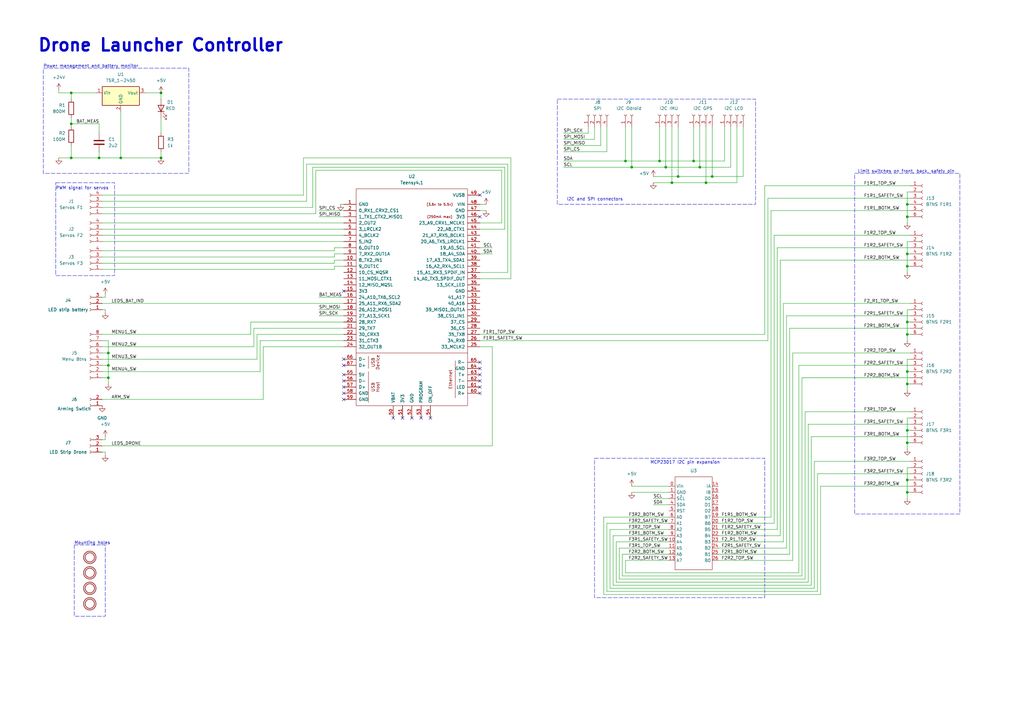
<source format=kicad_sch>
(kicad_sch (version 20230121) (generator eeschema)
  (paper "A3")
  (title_block (title "Drone Launcher Controller") (date "2023-07-05") (rev "v1.0") (company "FFI") (comment 1 "Authur: Tor Børve Rasmussen"))
  (lib_symbols
    (symbol "Adafruit_MCP23017:MCP23017"
      (property "Reference" "U" (at -5.08 17.78 0))
      (symbol "MCP23017_0_1"
        (rectangle (start -7.62 19.05) (end 7.62 -19.05))
      )
      (symbol "MCP23017_1_1"
        (pin input line (at -10.16 15.24 0) (length 2.54) (name "Vin") (number "0"))
        (pin bidirectional line (at -10.16 12.7 0) (length 2.54) (name "GND") (number "1"))
        (pin bidirectional line (at -10.16 -7.62 0) (length 2.54) (name "A4") (number "10"))
        (pin bidirectional line (at -10.16 -10.16 0) (length 2.54) (name "A5") (number "11"))
        (pin bidirectional line (at -10.16 -12.7 0) (length 2.54) (name "A6") (number "12"))
        (pin bidirectional line (at -10.16 -15.24 0) (length 2.54) (name "A7") (number "13"))
        (pin output line (at 10.16 15.24 180) (length 2.54) (name "IA") (number "14"))
        (pin output line (at 10.16 12.7 180) (length 2.54) (name "IB") (number "15"))
        (pin input line (at 10.16 10.16 180) (length 2.54) (name "D0") (number "16"))
        (pin input line (at 10.16 7.62 180) (length 2.54) (name "D1") (number "17"))
        (pin input line (at 10.16 5.08 180) (length 2.54) (name "D2") (number "18"))
        (pin bidirectional line (at 10.16 2.54 180) (length 2.54) (name "B7") (number "19"))
        (pin bidirectional line (at 10.16 0 180) (length 2.54) (name "B6") (number "20"))
        (pin bidirectional line (at 10.16 -2.54 180) (length 2.54) (name "B5") (number "21"))
        (pin bidirectional line (at 10.16 -5.08 180) (length 2.54) (name "B4") (number "22"))
        (pin bidirectional line (at 10.16 -7.62 180) (length 2.54) (name "B3") (number "23"))
        (pin bidirectional line (at 10.16 -10.16 180) (length 2.54) (name "B2") (number "24"))
        (pin bidirectional line (at 10.16 -12.7 180) (length 2.54) (name "B1") (number "25"))
        (pin bidirectional line (at 10.16 -15.24 180) (length 2.54) (name "B0") (number "26"))
        (pin bidirectional line (at -10.16 10.16 0) (length 2.54) (name "SCL") (number "3"))
        (pin bidirectional line (at -10.16 7.62 0) (length 2.54) (name "SDA") (number "4"))
        (pin input line (at -10.16 5.08 0) (length 2.54) (name "RST") (number "5"))
        (pin bidirectional line (at -10.16 2.54 0) (length 2.54) (name "A0") (number "6"))
        (pin bidirectional line (at -10.16 0 0) (length 2.54) (name "A1") (number "7"))
        (pin bidirectional line (at -10.16 -2.54 0) (length 2.54) (name "A2") (number "8"))
        (pin bidirectional line (at -10.16 -5.08 0) (length 2.54) (name "A3") (number "9"))
      )
    )
    (symbol "Connector:Conn_01x02_Socket" (pin_names (offset 1.016) hide)
      (property "Reference" "J" (at 0 2.54 0))
      (property "Value" "Conn_01x02_Socket" (at 0 -5.08 0))
      (symbol "Conn_01x02_Socket_1_1"
        (arc (start 0 -2.032) (mid -0.5058 -2.54) (end 0 -3.048) (stroke (width 0.1524)))
        (polyline (pts (xy -1.27 -2.54) (xy -0.508 -2.54)) (stroke (width 0.1524)))
        (polyline (pts (xy -1.27 0) (xy -0.508 0)) (stroke (width 0.1524)))
        (arc (start 0 0.508) (mid -0.5058 0) (end 0 -0.508) (stroke (width 0.1524)))
        (pin passive line (at -5.08 0 0) (length 3.81) (name "Pin_1") (number "1"))
        (pin passive line (at -5.08 -2.54 0) (length 3.81) (name "Pin_2") (number "2"))
      )
    )
    (symbol "Connector:Conn_01x03_Socket" (pin_names (offset 1.016) hide)
      (property "Reference" "J" (at 0 5.08 0))
      (property "Value" "Conn_01x03_Socket" (at 0 -5.08 0))
      (symbol "Conn_01x03_Socket_1_1"
        (arc (start 0 -2.032) (mid -0.5058 -2.54) (end 0 -3.048) (stroke (width 0.1524)))
        (polyline (pts (xy -1.27 -2.54) (xy -0.508 -2.54)) (stroke (width 0.1524)))
        (polyline (pts (xy -1.27 0) (xy -0.508 0)) (stroke (width 0.1524)))
        (polyline (pts (xy -1.27 2.54) (xy -0.508 2.54)) (stroke (width 0.1524)))
        (arc (start 0 0.508) (mid -0.5058 0) (end 0 -0.508) (stroke (width 0.1524)))
        (arc (start 0 3.048) (mid -0.5058 2.54) (end 0 2.032) (stroke (width 0.1524)))
        (pin passive line (at -5.08 2.54 0) (length 3.81) (name "Pin_1") (number "1"))
        (pin passive line (at -5.08 0 0) (length 3.81) (name "Pin_2") (number "2"))
        (pin passive line (at -5.08 -2.54 0) (length 3.81) (name "Pin_3") (number "3"))
      )
    )
    (symbol "Connector:Conn_01x04_Socket" (pin_names (offset 1.016) hide)
      (property "Reference" "J" (at 0 5.08 0))
      (property "Value" "Conn_01x04_Socket" (at 0 -7.62 0))
      (symbol "Conn_01x04_Socket_1_1"
        (arc (start 0 -4.572) (mid -0.5058 -5.08) (end 0 -5.588) (stroke (width 0.1524)))
        (arc (start 0 -2.032) (mid -0.5058 -2.54) (end 0 -3.048) (stroke (width 0.1524)))
        (polyline (pts (xy -1.27 -5.08) (xy -0.508 -5.08)) (stroke (width 0.1524)))
        (polyline (pts (xy -1.27 -2.54) (xy -0.508 -2.54)) (stroke (width 0.1524)))
        (polyline (pts (xy -1.27 0) (xy -0.508 0)) (stroke (width 0.1524)))
        (polyline (pts (xy -1.27 2.54) (xy -0.508 2.54)) (stroke (width 0.1524)))
        (arc (start 0 0.508) (mid -0.5058 0) (end 0 -0.508) (stroke (width 0.1524)))
        (arc (start 0 3.048) (mid -0.5058 2.54) (end 0 2.032) (stroke (width 0.1524)))
        (pin passive line (at -5.08 2.54 0) (length 3.81) (name "Pin_1") (number "1"))
        (pin passive line (at -5.08 0 0) (length 3.81) (name "Pin_2") (number "2"))
        (pin passive line (at -5.08 -2.54 0) (length 3.81) (name "Pin_3") (number "3"))
        (pin passive line (at -5.08 -5.08 0) (length 3.81) (name "Pin_4") (number "4"))
      )
    )
    (symbol "Connector:Conn_01x06_Socket" (pin_names (offset 1.016) hide)
      (property "Reference" "J" (at 0 7.62 0))
      (property "Value" "Conn_01x06_Socket" (at 0 -10.16 0))
      (symbol "Conn_01x06_Socket_1_1"
        (arc (start 0 -7.112) (mid -0.5058 -7.62) (end 0 -8.128) (stroke (width 0.1524)))
        (arc (start 0 -4.572) (mid -0.5058 -5.08) (end 0 -5.588) (stroke (width 0.1524)))
        (arc (start 0 -2.032) (mid -0.5058 -2.54) (end 0 -3.048) (stroke (width 0.1524)))
        (polyline (pts (xy -1.27 -7.62) (xy -0.508 -7.62)) (stroke (width 0.1524)))
        (polyline (pts (xy -1.27 -5.08) (xy -0.508 -5.08)) (stroke (width 0.1524)))
        (polyline (pts (xy -1.27 -2.54) (xy -0.508 -2.54)) (stroke (width 0.1524)))
        (polyline (pts (xy -1.27 0) (xy -0.508 0)) (stroke (width 0.1524)))
        (polyline (pts (xy -1.27 2.54) (xy -0.508 2.54)) (stroke (width 0.1524)))
        (polyline (pts (xy -1.27 5.08) (xy -0.508 5.08)) (stroke (width 0.1524)))
        (arc (start 0 0.508) (mid -0.5058 0) (end 0 -0.508) (stroke (width 0.1524)))
        (arc (start 0 3.048) (mid -0.5058 2.54) (end 0 2.032) (stroke (width 0.1524)))
        (arc (start 0 5.588) (mid -0.5058 5.08) (end 0 4.572) (stroke (width 0.1524)))
        (pin passive line (at -5.08 5.08 0) (length 3.81) (name "Pin_1") (number "1"))
        (pin passive line (at -5.08 2.54 0) (length 3.81) (name "Pin_2") (number "2"))
        (pin passive line (at -5.08 0 0) (length 3.81) (name "Pin_3") (number "3"))
        (pin passive line (at -5.08 -2.54 0) (length 3.81) (name "Pin_4") (number "4"))
        (pin passive line (at -5.08 -5.08 0) (length 3.81) (name "Pin_5") (number "5"))
        (pin passive line (at -5.08 -7.62 0) (length 3.81) (name "Pin_6") (number "6"))
      )
    )
    (symbol "Connector:Conn_01x08_Socket" (pin_names (offset 1.016) hide)
      (property "Reference" "J" (at 0 10.16 0))
      (property "Value" "Conn_01x08_Socket" (at 0 -12.7 0))
      (symbol "Conn_01x08_Socket_1_1"
        (arc (start 0 -9.652) (mid -0.5058 -10.16) (end 0 -10.668) (stroke (width 0.1524)))
        (arc (start 0 -7.112) (mid -0.5058 -7.62) (end 0 -8.128) (stroke (width 0.1524)))
        (arc (start 0 -4.572) (mid -0.5058 -5.08) (end 0 -5.588) (stroke (width 0.1524)))
        (arc (start 0 -2.032) (mid -0.5058 -2.54) (end 0 -3.048) (stroke (width 0.1524)))
        (polyline (pts (xy -1.27 -10.16) (xy -0.508 -10.16)) (stroke (width 0.1524)))
        (polyline (pts (xy -1.27 -7.62) (xy -0.508 -7.62)) (stroke (width 0.1524)))
        (polyline (pts (xy -1.27 -5.08) (xy -0.508 -5.08)) (stroke (width 0.1524)))
        (polyline (pts (xy -1.27 -2.54) (xy -0.508 -2.54)) (stroke (width 0.1524)))
        (polyline (pts (xy -1.27 0) (xy -0.508 0)) (stroke (width 0.1524)))
        (polyline (pts (xy -1.27 2.54) (xy -0.508 2.54)) (stroke (width 0.1524)))
        (polyline (pts (xy -1.27 5.08) (xy -0.508 5.08)) (stroke (width 0.1524)))
        (polyline (pts (xy -1.27 7.62) (xy -0.508 7.62)) (stroke (width 0.1524)))
        (arc (start 0 0.508) (mid -0.5058 0) (end 0 -0.508) (stroke (width 0.1524)))
        (arc (start 0 3.048) (mid -0.5058 2.54) (end 0 2.032) (stroke (width 0.1524)))
        (arc (start 0 5.588) (mid -0.5058 5.08) (end 0 4.572) (stroke (width 0.1524)))
        (arc (start 0 8.128) (mid -0.5058 7.62) (end 0 7.112) (stroke (width 0.1524)))
        (pin passive line (at -5.08 7.62 0) (length 3.81) (name "Pin_1") (number "1"))
        (pin passive line (at -5.08 5.08 0) (length 3.81) (name "Pin_2") (number "2"))
        (pin passive line (at -5.08 2.54 0) (length 3.81) (name "Pin_3") (number "3"))
        (pin passive line (at -5.08 0 0) (length 3.81) (name "Pin_4") (number "4"))
        (pin passive line (at -5.08 -2.54 0) (length 3.81) (name "Pin_5") (number "5"))
        (pin passive line (at -5.08 -5.08 0) (length 3.81) (name "Pin_6") (number "6"))
        (pin passive line (at -5.08 -7.62 0) (length 3.81) (name "Pin_7") (number "7"))
        (pin passive line (at -5.08 -10.16 0) (length 3.81) (name "Pin_8") (number "8"))
      )
    )
    (symbol "Device:C" (pin_numbers hide) (pin_names (offset 0.254))
      (property "Reference" "C" (at 0.635 2.54 0))
      (property "Value" "C" (at 0.635 -2.54 0))
      (symbol "C_0_1"
        (polyline (pts (xy -2.032 -0.762) (xy 2.032 -0.762)) (stroke (width 0.508)))
        (polyline (pts (xy -2.032 0.762) (xy 2.032 0.762)) (stroke (width 0.508)))
      )
      (symbol "C_1_1"
        (pin passive line (at 0 3.81 270) (length 2.794) (name "~") (number "1"))
        (pin passive line (at 0 -3.81 90) (length 2.794) (name "~") (number "2"))
      )
    )
    (symbol "Device:LED" (pin_numbers hide) (pin_names (offset 1.016) hide)
      (property "Reference" "D" (at 0 2.54 0))
      (property "Value" "LED" (at 0 -2.54 0))
      (symbol "LED_0_1"
        (polyline (pts (xy -1.27 -1.27) (xy -1.27 1.27)) (stroke (width 0.254)))
        (polyline (pts (xy -1.27 0) (xy 1.27 0)))
        (polyline (pts (xy 1.27 -1.27) (xy 1.27 1.27) (xy -1.27 0) (xy 1.27 -1.27)) (stroke (width 0.254)))
        (polyline (pts (xy -3.048 -0.762) (xy -4.572 -2.286) (xy -3.81 -2.286) (xy -4.572 -2.286) (xy -4.572 -1.524)))
        (polyline (pts (xy -1.778 -0.762) (xy -3.302 -2.286) (xy -2.54 -2.286) (xy -3.302 -2.286) (xy -3.302 -1.524)))
      )
      (symbol "LED_1_1"
        (pin passive line (at -3.81 0 0) (length 2.54) (name "K") (number "1"))
        (pin passive line (at 3.81 0 180) (length 2.54) (name "A") (number "2"))
      )
    )
    (symbol "Device:R" (pin_numbers hide) (pin_names (offset 0))
      (property "Reference" "R" (at 2.032 0 90))
      (property "Value" "R" (at 0 0 90))
      (symbol "R_0_1"
        (rectangle (start -1.016 -2.54) (end 1.016 2.54) (stroke (width 0.254)))
      )
      (symbol "R_1_1"
        (pin passive line (at 0 3.81 270) (length 1.27) (name "~") (number "1"))
        (pin passive line (at 0 -3.81 90) (length 1.27) (name "~") (number "2"))
      )
    )
    (symbol "Regulator_Switching:TSR_1-2450"
      (property "Reference" "U" (at -7.62 6.35 0))
      (property "Value" "TSR_1-2450" (at -1.27 6.35 0))
      (symbol "TSR_1-2450_0_1"
        (rectangle (start -7.62 5.08) (end 7.62 -2.54) (stroke (width 0.254)) (fill (type background)))
      )
      (symbol "TSR_1-2450_1_1"
        (pin power_in line (at -10.16 2.54 0) (length 2.54) (name "Vin") (number "1"))
        (pin power_in line (at 0 -5.08 90) (length 2.54) (name "GND") (number "2"))
        (pin power_out line (at 10.16 2.54 180) (length 2.54) (name "Vout") (number "3"))
      )
    )
    (symbol "Teensy:Teensy4.1" (pin_names (offset 1.016))
      (property "Reference" "U" (at 0 64.77 0))
      (property "Value" "Teensy4.1" (at 0 62.23 0))
      (symbol "Teensy4.1_0_0"
        (polyline (pts (xy -22.86 -6.35) (xy 22.86 -6.35)))
        (polyline (pts (xy -17.78 -26.67) (xy -17.78 -13.97)))
        (polyline (pts (xy -17.78 -7.62) (xy -17.78 -12.7)))
        (polyline (pts (xy 17.78 -9.525) (xy 17.78 -24.765)))
        (text "(250mA max)" (at 11.43 49.53 0) (effects (font (size 1.016 1.016))))
        (text "(3.6v to 5.5v)" (at 11.43 54.61 0) (effects (font (size 1.016 1.016))))
        (text "Device" (at -13.97 -10.16 900) (effects (font (size 1.27 1.27))))
        (text "Ethernet" (at 15.875 -17.145 900) (effects (font (size 1.27 1.27))))
        (text "Host" (at -13.97 -20.32 900) (effects (font (size 1.27 1.27))))
        (text "USB" (at -15.875 -20.32 900) (effects (font (size 1.27 1.27))))
        (text "USB" (at -15.875 -10.16 900) (effects (font (size 1.27 1.27))))
        (pin bidirectional line (at -27.94 31.75 0) (length 5.08) (name "8_TX2_IN1") (number "10"))
        (pin bidirectional line (at -27.94 29.21 0) (length 5.08) (name "9_OUT1C") (number "11"))
        (pin bidirectional line (at -27.94 26.67 0) (length 5.08) (name "10_CS_MQSR") (number "12"))
        (pin bidirectional line (at -27.94 24.13 0) (length 5.08) (name "11_MOSI_CTX1") (number "13"))
        (pin bidirectional line (at -27.94 21.59 0) (length 5.08) (name "12_MISO_MQSL") (number "14"))
        (pin power_in line (at -27.94 19.05 0) (length 5.08) (name "3V3") (number "15"))
        (pin bidirectional line (at -27.94 16.51 0) (length 5.08) (name "24_A10_TX6_SCL2") (number "16"))
        (pin bidirectional line (at -27.94 13.97 0) (length 5.08) (name "25_A11_RX6_SDA2") (number "17"))
        (pin bidirectional line (at -27.94 11.43 0) (length 5.08) (name "26_A12_MOSI1") (number "18"))
        (pin bidirectional line (at -27.94 8.89 0) (length 5.08) (name "27_A13_SCK1") (number "19"))
        (pin bidirectional line (at -27.94 6.35 0) (length 5.08) (name "28_RX7") (number "20"))
        (pin bidirectional line (at -27.94 3.81 0) (length 5.08) (name "29_TX7") (number "21"))
        (pin bidirectional line (at -27.94 1.27 0) (length 5.08) (name "30_CRX3") (number "22"))
        (pin bidirectional line (at -27.94 -1.27 0) (length 5.08) (name "31_CTX3") (number "23"))
        (pin bidirectional line (at -27.94 -3.81 0) (length 5.08) (name "32_OUT1B") (number "24"))
        (pin bidirectional line (at 27.94 -3.81 180) (length 5.08) (name "33_MCLK2") (number "25"))
        (pin bidirectional line (at 27.94 -1.27 180) (length 5.08) (name "34_RX8") (number "26"))
        (pin bidirectional line (at 27.94 1.27 180) (length 5.08) (name "35_TX8") (number "27"))
        (pin bidirectional line (at 27.94 3.81 180) (length 5.08) (name "36_CS") (number "28"))
        (pin bidirectional line (at 27.94 6.35 180) (length 5.08) (name "37_CS") (number "29"))
        (pin bidirectional line (at 27.94 8.89 180) (length 5.08) (name "38_CS1_IN1") (number "30"))
        (pin bidirectional line (at 27.94 11.43 180) (length 5.08) (name "39_MISO1_OUT1A") (number "31"))
        (pin bidirectional line (at 27.94 13.97 180) (length 5.08) (name "40_A16") (number "32"))
        (pin bidirectional line (at 27.94 16.51 180) (length 5.08) (name "41_A17") (number "33"))
        (pin bidirectional line (at 27.94 21.59 180) (length 5.08) (name "13_SCK_LED") (number "35"))
        (pin bidirectional line (at 27.94 24.13 180) (length 5.08) (name "14_A0_TX3_SPDIF_OUT") (number "36"))
        (pin bidirectional line (at 27.94 26.67 180) (length 5.08) (name "15_A1_RX3_SPDIF_IN") (number "37"))
        (pin bidirectional line (at 27.94 29.21 180) (length 5.08) (name "16_A2_RX4_SCL1") (number "38"))
        (pin bidirectional line (at 27.94 31.75 180) (length 5.08) (name "17_A3_TX4_SDA1") (number "39"))
        (pin bidirectional line (at 27.94 34.29 180) (length 5.08) (name "18_A4_SDA") (number "40"))
        (pin bidirectional line (at 27.94 36.83 180) (length 5.08) (name "19_A5_SCL") (number "41"))
        (pin bidirectional line (at 27.94 39.37 180) (length 5.08) (name "20_A6_TX5_LRCLK1") (number "42"))
        (pin bidirectional line (at 27.94 41.91 180) (length 5.08) (name "21_A7_RX5_BCLK1") (number "43"))
        (pin bidirectional line (at 27.94 44.45 180) (length 5.08) (name "22_A8_CTX1") (number "44"))
        (pin bidirectional line (at 27.94 46.99 180) (length 5.08) (name "23_A9_CRX1_MCLK1") (number "45"))
        (pin output line (at 27.94 49.53 180) (length 5.08) (name "3V3") (number "46"))
        (pin output line (at 27.94 52.07 180) (length 5.08) (name "GND") (number "47"))
        (pin power_in line (at 27.94 54.61 180) (length 5.08) (name "VIN") (number "48"))
        (pin power_out line (at 27.94 58.42 180) (length 5.08) (name "VUSB") (number "49"))
        (pin bidirectional line (at -27.94 44.45 0) (length 5.08) (name "3_LRCLK2") (number "5"))
        (pin power_in line (at -7.62 -33.02 90) (length 5.08) (name "VBAT") (number "50"))
        (pin power_in line (at -3.81 -33.02 90) (length 5.08) (name "3V3") (number "51"))
        (pin input line (at 0 -33.02 90) (length 5.08) (name "GND") (number "52"))
        (pin input line (at 3.81 -33.02 90) (length 5.08) (name "PROGRAM") (number "53"))
        (pin input line (at 7.62 -33.02 90) (length 5.08) (name "ON_OFF") (number "54"))
        (pin power_out line (at -27.94 -15.24 0) (length 5.08) (name "5V") (number "55"))
        (pin bidirectional line (at -27.94 -17.78 0) (length 5.08) (name "D-") (number "56"))
        (pin bidirectional line (at -27.94 -20.32 0) (length 5.08) (name "D+") (number "57"))
        (pin power_in line (at -27.94 -22.86 0) (length 5.08) (name "GND") (number "58"))
        (pin power_in line (at -27.94 -25.4 0) (length 5.08) (name "GND") (number "59"))
        (pin bidirectional line (at -27.94 41.91 0) (length 5.08) (name "4_BCLK2") (number "6"))
        (pin bidirectional line (at 27.94 -22.86 180) (length 5.08) (name "R+") (number "60"))
        (pin bidirectional line (at 27.94 -20.32 180) (length 5.08) (name "LED") (number "61"))
        (pin bidirectional line (at 27.94 -17.78 180) (length 5.08) (name "T-") (number "62"))
        (pin bidirectional line (at 27.94 -15.24 180) (length 5.08) (name "T+") (number "63"))
        (pin power_in line (at 27.94 -12.7 180) (length 5.08) (name "GND") (number "64"))
        (pin bidirectional line (at 27.94 -10.16 180) (length 5.08) (name "R-") (number "65"))
        (pin bidirectional line (at -27.94 -8.89 0) (length 5.08) (name "D-") (number "66"))
        (pin bidirectional line (at -27.94 -11.43 0) (length 5.08) (name "D+") (number "67"))
        (pin bidirectional line (at -27.94 39.37 0) (length 5.08) (name "5_IN2") (number "7"))
        (pin bidirectional line (at -27.94 36.83 0) (length 5.08) (name "6_OUT1D") (number "8"))
        (pin bidirectional line (at -27.94 34.29 0) (length 5.08) (name "7_RX2_OUT1A") (number "9"))
      )
      (symbol "Teensy4.1_0_1"
        (rectangle (start -22.86 60.96) (end 22.86 -27.94))
        (rectangle (start -20.32 -1.27) (end -20.32 -1.27))
      )
      (symbol "Teensy4.1_1_1"
        (pin power_in line (at -27.94 54.61 0) (length 5.08) (name "GND") (number "1"))
        (pin bidirectional line (at -27.94 52.07 0) (length 5.08) (name "0_RX1_CRX2_CS1") (number "2"))
        (pin bidirectional line (at -27.94 49.53 0) (length 5.08) (name "1_TX1_CTX2_MISO1") (number "3"))
        (pin power_in line (at 27.94 19.05 180) (length 5.08) (name "GND") (number "34"))
        (pin bidirectional line (at -27.94 46.99 0) (length 5.08) (name "2_OUT2") (number "4"))
      )
    )
    (symbol "drone_launcher-eagle-import:MOUNTINGHOLE"
      (symbol "MOUNTINGHOLE_1_0"
        (circle (center 0 0) (radius 1.905) (stroke (width 0.254)))
        (circle (center 0 0) (radius 2.54) (stroke (width 0.254)))
      )
    )
    (symbol "power:+24V" (power) (pin_names (offset 0))
      (property "Value" "+24V" (at 0 3.556 0))
      (symbol "+24V_0_1"
        (polyline (pts (xy -0.762 1.27) (xy 0 2.54)))
        (polyline (pts (xy 0 0) (xy 0 2.54)))
        (polyline (pts (xy 0 2.54) (xy 0.762 1.27)))
      )
      (symbol "+24V_1_1"
        (pin power_in line (at 0 0 90) (length 0) hide (name "+24V") (number "1"))
      )
    )
    (symbol "power:+5V" (power) (pin_names (offset 0))
      (property "Value" "+5V" (at 0 3.556 0))
      (symbol "+5V_0_1"
        (polyline (pts (xy -0.762 1.27) (xy 0 2.54)))
        (polyline (pts (xy 0 0) (xy 0 2.54)))
        (polyline (pts (xy 0 2.54) (xy 0.762 1.27)))
      )
      (symbol "+5V_1_1"
        (pin power_in line (at 0 0 90) (length 0) hide (name "+5V") (number "1"))
      )
    )
    (symbol "power:GND" (power) (pin_names (offset 0))
      (property "Value" "GND" (at 0 -3.81 0))
      (symbol "GND_0_1"
        (polyline (pts (xy 0 0) (xy 0 -1.27) (xy 1.27 -1.27) (xy 0 -2.54) (xy -1.27 -1.27) (xy 0 -1.27)))
      )
      (symbol "GND_1_1"
        (pin power_in line (at 0 0 270) (length 0) hide (name "GND") (number "1"))
      )
    )
  )
  (junction (at 66.04 38.1))
  (junction (at 256.54 66.04))
  (junction (at 284.48 66.04))
  (junction (at 44.45 154.94))
  (junction (at 372.11 201.93))
  (junction (at 44.45 144.78))
  (junction (at 29.21 64.77))
  (junction (at 372.11 176.53))
  (junction (at 372.11 157.48))
  (junction (at 372.11 109.22))
  (junction (at 66.04 64.77))
  (junction (at 372.11 88.9))
  (junction (at 372.11 181.61))
  (junction (at 49.53 64.77))
  (junction (at 289.56 74.93))
  (junction (at 372.11 132.08))
  (junction (at 29.21 38.1))
  (junction (at 270.51 66.04))
  (junction (at 287.02 68.58))
  (junction (at 292.1 72.39))
  (junction (at 372.11 137.16))
  (junction (at 40.64 64.77))
  (junction (at 259.08 68.58))
  (junction (at 29.21 50.8))
  (junction (at 275.59 74.93))
  (junction (at 372.11 83.82))
  (junction (at 372.11 104.14))
  (junction (at 44.45 149.86))
  (junction (at 278.13 72.39))
  (junction (at 273.05 68.58))
  (junction (at 372.11 196.85))
  (junction (at 372.11 152.4))
  (no_connect (at 172.72 171.45))
  (no_connect (at 196.85 80.01))
  (no_connect (at 140.97 161.29))
  (no_connect (at 140.97 147.32))
  (no_connect (at 196.85 153.67))
  (no_connect (at 196.85 161.29))
  (no_connect (at 196.85 156.21))
  (no_connect (at 140.97 153.67))
  (no_connect (at 196.85 151.13))
  (no_connect (at 140.97 119.38))
  (no_connect (at 161.29 171.45))
  (no_connect (at 140.97 149.86))
  (no_connect (at 196.85 148.59))
  (no_connect (at 165.1 171.45))
  (no_connect (at 140.97 158.75))
  (no_connect (at 196.85 158.75))
  (no_connect (at 176.53 171.45))
  (no_connect (at 140.97 163.83))
  (no_connect (at 196.85 88.9))
  (no_connect (at 140.97 156.21))
  (no_connect (at 168.91 171.45))
  (wire (pts (xy 44.45 139.7) (xy 44.45 144.78)))
  (wire (pts (xy 44.45 144.78) (xy 41.91 144.78)))
  (wire (pts (xy 334.01 189.23) (xy 373.38 189.23)))
  (wire (pts (xy 372.11 184.15) (xy 372.11 181.61)))
  (wire (pts (xy 273.05 68.58) (xy 259.08 68.58)))
  (wire (pts (xy 330.2 168.91) (xy 330.2 237.49)))
  (wire (pts (xy 24.13 36.83) (xy 24.13 38.1)))
  (wire (pts (xy 270.51 52.07) (xy 270.51 66.04)))
  (wire (pts (xy 255.27 227.33) (xy 274.32 227.33)))
  (wire (pts (xy 294.64 214.63) (xy 317.5 214.63)))
  (wire (pts (xy 44.45 149.86) (xy 44.45 144.78)))
  (wire (pts (xy 372.11 88.9) (xy 373.38 88.9)))
  (wire (pts (xy 29.21 38.1) (xy 39.37 38.1)))
  (wire (pts (xy 316.23 86.36) (xy 316.23 212.09)))
  (wire (pts (xy 137.16 109.22) (xy 140.97 109.22)))
  (wire (pts (xy 322.58 129.54) (xy 373.38 129.54)))
  (wire (pts (xy 128.27 85.09) (xy 128.27 68.58)))
  (wire (pts (xy 313.69 76.2) (xy 373.38 76.2)))
  (wire (pts (xy 208.28 67.31) (xy 125.73 67.31)))
  (wire (pts (xy 320.04 106.68) (xy 320.04 219.71)))
  (wire (pts (xy 331.47 173.99) (xy 331.47 238.76)))
  (wire (pts (xy 66.04 48.26) (xy 66.04 54.61)))
  (wire (pts (xy 29.21 48.26) (xy 29.21 50.8)))
  (wire (pts (xy 43.18 121.92) (xy 41.91 121.92)))
  (wire (pts (xy 292.1 72.39) (xy 304.8 72.39)))
  (wire (pts (xy 372.11 160.02) (xy 372.11 157.48)))
  (wire (pts (xy 284.48 66.04) (xy 284.48 52.07)))
  (wire (pts (xy 41.91 91.44) (xy 140.97 91.44)))
  (wire (pts (xy 372.11 181.61) (xy 373.38 181.61)))
  (wire (pts (xy 130.81 86.36) (xy 140.97 86.36)))
  (wire (pts (xy 254 224.79) (xy 254 237.49)))
  (wire (pts (xy 372.11 176.53) (xy 372.11 171.45)))
  (wire (pts (xy 372.11 157.48) (xy 372.11 152.4)))
  (wire (pts (xy 372.11 132.08) (xy 372.11 127)))
  (wire (pts (xy 24.13 64.77) (xy 29.21 64.77)))
  (wire (pts (xy 321.31 124.46) (xy 373.38 124.46)))
  (wire (pts (xy 289.56 52.07) (xy 289.56 74.93)))
  (wire (pts (xy 294.64 229.87) (xy 325.12 229.87)))
  (wire (pts (xy 41.91 96.52) (xy 140.97 96.52)))
  (wire (pts (xy 287.02 68.58) (xy 287.02 52.07)))
  (wire (pts (xy 318.77 101.6) (xy 318.77 217.17)))
  (wire (pts (xy 29.21 59.69) (xy 29.21 64.77)))
  (wire (pts (xy 256.54 52.07) (xy 256.54 66.04)))
  (wire (pts (xy 130.81 127) (xy 140.97 127)))
  (wire (pts (xy 250.19 241.3) (xy 250.19 217.17)))
  (wire (pts (xy 304.8 52.07) (xy 304.8 72.39)))
  (wire (pts (xy 314.96 81.28) (xy 314.96 139.7)))
  (wire (pts (xy 318.77 217.17) (xy 294.64 217.17)))
  (wire (pts (xy 24.13 38.1) (xy 29.21 38.1)))
  (wire (pts (xy 105.41 137.16) (xy 140.97 137.16)))
  (wire (pts (xy 196.85 142.24) (xy 201.93 142.24)))
  (wire (pts (xy 334.01 241.3) (xy 250.19 241.3)))
  (wire (pts (xy 302.26 74.93) (xy 289.56 74.93)))
  (wire (pts (xy 137.16 105.41) (xy 137.16 104.14)))
  (wire (pts (xy 254 237.49) (xy 330.2 237.49)))
  (wire (pts (xy 209.55 114.3) (xy 196.85 114.3)))
  (wire (pts (xy 29.21 50.8) (xy 29.21 52.07)))
  (wire (pts (xy 40.64 64.77) (xy 49.53 64.77)))
  (wire (pts (xy 104.14 134.62) (xy 104.14 142.24)))
  (wire (pts (xy 196.85 139.7) (xy 314.96 139.7)))
  (wire (pts (xy 334.01 189.23) (xy 334.01 241.3)))
  (wire (pts (xy 43.18 127) (xy 41.91 127)))
  (wire (pts (xy 316.23 212.09) (xy 294.64 212.09)))
  (wire (pts (xy 316.23 86.36) (xy 373.38 86.36)))
  (wire (pts (xy 40.64 50.8) (xy 40.64 54.61)))
  (wire (pts (xy 125.73 82.55) (xy 41.91 82.55)))
  (wire (pts (xy 231.14 57.15) (xy 243.84 57.15)))
  (wire (pts (xy 328.93 154.94) (xy 373.38 154.94)))
  (wire (pts (xy 278.13 72.39) (xy 292.1 72.39)))
  (wire (pts (xy 321.31 124.46) (xy 321.31 222.25)))
  (wire (pts (xy 317.5 96.52) (xy 373.38 96.52)))
  (wire (pts (xy 66.04 38.1) (xy 66.04 40.64)))
  (wire (pts (xy 372.11 132.08) (xy 373.38 132.08)))
  (wire (pts (xy 294.64 224.79) (xy 322.58 224.79)))
  (wire (pts (xy 255.27 236.22) (xy 255.27 227.33)))
  (wire (pts (xy 129.54 69.85) (xy 129.54 87.63)))
  (wire (pts (xy 196.85 101.6) (xy 201.93 101.6)))
  (wire (pts (xy 247.65 212.09) (xy 247.65 243.84)))
  (wire (pts (xy 41.91 182.88) (xy 201.93 182.88)))
  (wire (pts (xy 49.53 45.72) (xy 49.53 64.77)))
  (wire (pts (xy 106.68 152.4) (xy 41.91 152.4)))
  (wire (pts (xy 328.93 154.94) (xy 328.93 236.22)))
  (wire (pts (xy 40.64 62.23) (xy 40.64 64.77)))
  (wire (pts (xy 41.91 139.7) (xy 44.45 139.7)))
  (wire (pts (xy 372.11 104.14) (xy 372.11 99.06)))
  (wire (pts (xy 332.74 179.07) (xy 373.38 179.07)))
  (wire (pts (xy 372.11 171.45) (xy 373.38 171.45)))
  (wire (pts (xy 252.73 222.25) (xy 274.32 222.25)))
  (wire (pts (xy 44.45 154.94) (xy 44.45 149.86)))
  (wire (pts (xy 124.46 64.77) (xy 209.55 64.77)))
  (wire (pts (xy 372.11 152.4) (xy 372.11 147.32)))
  (wire (pts (xy 274.32 219.71) (xy 251.46 219.71)))
  (wire (pts (xy 372.11 191.77) (xy 373.38 191.77)))
  (wire (pts (xy 248.92 214.63) (xy 274.32 214.63)))
  (wire (pts (xy 323.85 227.33) (xy 294.64 227.33)))
  (wire (pts (xy 372.11 109.22) (xy 373.38 109.22)))
  (wire (pts (xy 327.66 149.86) (xy 373.38 149.86)))
  (wire (pts (xy 137.16 107.95) (xy 137.16 106.68)))
  (wire (pts (xy 231.14 66.04) (xy 256.54 66.04)))
  (wire (pts (xy 259.08 199.39) (xy 274.32 199.39)))
  (wire (pts (xy 336.55 199.39) (xy 373.38 199.39)))
  (wire (pts (xy 372.11 78.74) (xy 373.38 78.74)))
  (wire (pts (xy 29.21 64.77) (xy 40.64 64.77)))
  (wire (pts (xy 137.16 101.6) (xy 140.97 101.6)))
  (wire (pts (xy 372.11 111.76) (xy 372.11 109.22)))
  (wire (pts (xy 287.02 68.58) (xy 299.72 68.58)))
  (wire (pts (xy 372.11 139.7) (xy 372.11 137.16)))
  (wire (pts (xy 314.96 81.28) (xy 373.38 81.28)))
  (wire (pts (xy 43.18 128.27) (xy 43.18 127)))
  (wire (pts (xy 372.11 88.9) (xy 372.11 83.82)))
  (wire (pts (xy 323.85 134.62) (xy 373.38 134.62)))
  (wire (pts (xy 322.58 129.54) (xy 322.58 224.79)))
  (wire (pts (xy 196.85 83.82) (xy 199.39 83.82)))
  (wire (pts (xy 208.28 111.76) (xy 208.28 67.31)))
  (wire (pts (xy 256.54 234.95) (xy 256.54 229.87)))
  (wire (pts (xy 44.45 157.48) (xy 44.45 154.94)))
  (wire (pts (xy 248.92 242.57) (xy 248.92 214.63)))
  (wire (pts (xy 140.97 129.54) (xy 130.81 129.54)))
  (wire (pts (xy 107.95 142.24) (xy 140.97 142.24)))
  (wire (pts (xy 140.97 139.7) (xy 106.68 139.7)))
  (wire (pts (xy 273.05 68.58) (xy 287.02 68.58)))
  (wire (pts (xy 372.11 91.44) (xy 372.11 88.9)))
  (wire (pts (xy 246.38 52.07) (xy 246.38 59.69)))
  (wire (pts (xy 106.68 139.7) (xy 106.68 152.4)))
  (wire (pts (xy 372.11 201.93) (xy 372.11 196.85)))
  (wire (pts (xy 128.27 68.58) (xy 207.01 68.58)))
  (wire (pts (xy 43.18 179.07) (xy 43.18 180.34)))
  (wire (pts (xy 140.97 134.62) (xy 104.14 134.62)))
  (wire (pts (xy 332.74 179.07) (xy 332.74 240.03)))
  (wire (pts (xy 373.38 168.91) (xy 330.2 168.91)))
  (wire (pts (xy 41.91 102.87) (xy 137.16 102.87)))
  (wire (pts (xy 372.11 99.06) (xy 373.38 99.06)))
  (wire (pts (xy 251.46 240.03) (xy 332.74 240.03)))
  (wire (pts (xy 43.18 185.42) (xy 41.91 185.42)))
  (wire (pts (xy 278.13 52.07) (xy 278.13 72.39)))
  (wire (pts (xy 317.5 96.52) (xy 317.5 214.63)))
  (wire (pts (xy 41.91 93.98) (xy 140.97 93.98)))
  (wire (pts (xy 372.11 157.48) (xy 373.38 157.48)))
  (wire (pts (xy 302.26 52.07) (xy 302.26 74.93)))
  (wire (pts (xy 275.59 74.93) (xy 267.97 74.93)))
  (wire (pts (xy 102.87 137.16) (xy 102.87 132.08)))
  (wire (pts (xy 294.64 222.25) (xy 321.31 222.25)))
  (wire (pts (xy 372.11 196.85) (xy 372.11 191.77)))
  (wire (pts (xy 323.85 134.62) (xy 323.85 227.33)))
  (wire (pts (xy 372.11 201.93) (xy 373.38 201.93)))
  (wire (pts (xy 209.55 64.77) (xy 209.55 114.3)))
  (wire (pts (xy 107.95 142.24) (xy 107.95 163.83)))
  (wire (pts (xy 372.11 204.47) (xy 372.11 201.93)))
  (wire (pts (xy 129.54 87.63) (xy 41.91 87.63)))
  (wire (pts (xy 327.66 234.95) (xy 256.54 234.95)))
  (wire (pts (xy 41.91 85.09) (xy 128.27 85.09)))
  (wire (pts (xy 372.11 137.16) (xy 372.11 132.08)))
  (wire (pts (xy 325.12 144.78) (xy 373.38 144.78)))
  (wire (pts (xy 207.01 68.58) (xy 207.01 93.98)))
  (wire (pts (xy 328.93 236.22) (xy 255.27 236.22)))
  (wire (pts (xy 372.11 83.82) (xy 372.11 78.74)))
  (wire (pts (xy 284.48 66.04) (xy 297.18 66.04)))
  (wire (pts (xy 231.14 62.23) (xy 248.92 62.23)))
  (wire (pts (xy 248.92 62.23) (xy 248.92 52.07)))
  (wire (pts (xy 259.08 201.93) (xy 274.32 201.93)))
  (wire (pts (xy 247.65 243.84) (xy 336.55 243.84)))
  (wire (pts (xy 196.85 91.44) (xy 205.74 91.44)))
  (wire (pts (xy 104.14 142.24) (xy 41.91 142.24)))
  (wire (pts (xy 29.21 38.1) (xy 29.21 40.64)))
  (wire (pts (xy 372.11 196.85) (xy 373.38 196.85)))
  (wire (pts (xy 241.3 52.07) (xy 241.3 54.61)))
  (wire (pts (xy 125.73 67.31) (xy 125.73 82.55)))
  (wire (pts (xy 251.46 219.71) (xy 251.46 240.03)))
  (wire (pts (xy 41.91 80.01) (xy 124.46 80.01)))
  (wire (pts (xy 289.56 74.93) (xy 275.59 74.93)))
  (wire (pts (xy 273.05 52.07) (xy 273.05 68.58)))
  (wire (pts (xy 196.85 86.36) (xy 199.39 86.36)))
  (wire (pts (xy 196.85 137.16) (xy 313.69 137.16)))
  (wire (pts (xy 41.91 124.46) (xy 140.97 124.46)))
  (wire (pts (xy 292.1 52.07) (xy 292.1 72.39)))
  (wire (pts (xy 299.72 68.58) (xy 299.72 52.07)))
  (wire (pts (xy 41.91 147.32) (xy 105.41 147.32)))
  (wire (pts (xy 267.97 204.47) (xy 274.32 204.47)))
  (wire (pts (xy 252.73 238.76) (xy 252.73 222.25)))
  (wire (pts (xy 196.85 104.14) (xy 201.93 104.14)))
  (wire (pts (xy 372.11 152.4) (xy 373.38 152.4)))
  (wire (pts (xy 29.21 50.8) (xy 40.64 50.8)))
  (wire (pts (xy 43.18 180.34) (xy 41.91 180.34)))
  (wire (pts (xy 105.41 147.32) (xy 105.41 137.16)))
  (wire (pts (xy 250.19 217.17) (xy 274.32 217.17)))
  (wire (pts (xy 318.77 101.6) (xy 373.38 101.6)))
  (wire (pts (xy 331.47 238.76) (xy 252.73 238.76)))
  (wire (pts (xy 196.85 111.76) (xy 208.28 111.76)))
  (wire (pts (xy 139.7 83.82) (xy 140.97 83.82)))
  (wire (pts (xy 372.11 83.82) (xy 373.38 83.82)))
  (wire (pts (xy 335.28 194.31) (xy 335.28 242.57)))
  (wire (pts (xy 274.32 224.79) (xy 254 224.79)))
  (wire (pts (xy 130.81 121.92) (xy 140.97 121.92)))
  (wire (pts (xy 43.18 186.69) (xy 43.18 185.42)))
  (wire (pts (xy 325.12 144.78) (xy 325.12 229.87)))
  (wire (pts (xy 49.53 64.77) (xy 66.04 64.77)))
  (wire (pts (xy 256.54 66.04) (xy 270.51 66.04)))
  (wire (pts (xy 331.47 173.99) (xy 373.38 173.99)))
  (wire (pts (xy 41.91 137.16) (xy 102.87 137.16)))
  (wire (pts (xy 327.66 149.86) (xy 327.66 234.95)))
  (wire (pts (xy 270.51 66.04) (xy 284.48 66.04)))
  (wire (pts (xy 137.16 106.68) (xy 140.97 106.68)))
  (wire (pts (xy 267.97 72.39) (xy 278.13 72.39)))
  (wire (pts (xy 246.38 59.69) (xy 231.14 59.69)))
  (wire (pts (xy 294.64 219.71) (xy 320.04 219.71)))
  (wire (pts (xy 372.11 181.61) (xy 372.11 176.53)))
  (wire (pts (xy 43.18 120.65) (xy 43.18 121.92)))
  (wire (pts (xy 335.28 194.31) (xy 373.38 194.31)))
  (wire (pts (xy 372.11 176.53) (xy 373.38 176.53)))
  (wire (pts (xy 124.46 80.01) (xy 124.46 64.77)))
  (wire (pts (xy 140.97 88.9) (xy 130.81 88.9)))
  (wire (pts (xy 41.91 99.06) (xy 140.97 99.06)))
  (wire (pts (xy 205.74 69.85) (xy 129.54 69.85)))
  (wire (pts (xy 205.74 91.44) (xy 205.74 69.85)))
  (wire (pts (xy 41.91 105.41) (xy 137.16 105.41)))
  (wire (pts (xy 44.45 154.94) (xy 41.91 154.94)))
  (wire (pts (xy 274.32 212.09) (xy 247.65 212.09)))
  (wire (pts (xy 256.54 229.87) (xy 274.32 229.87)))
  (wire (pts (xy 320.04 106.68) (xy 373.38 106.68)))
  (wire (pts (xy 41.91 107.95) (xy 137.16 107.95)))
  (wire (pts (xy 372.11 104.14) (xy 373.38 104.14)))
  (wire (pts (xy 241.3 54.61) (xy 231.14 54.61)))
  (wire (pts (xy 372.11 147.32) (xy 373.38 147.32)))
  (wire (pts (xy 372.11 127) (xy 373.38 127)))
  (wire (pts (xy 207.01 93.98) (xy 196.85 93.98)))
  (wire (pts (xy 259.08 52.07) (xy 259.08 68.58)))
  (wire (pts (xy 41.91 110.49) (xy 137.16 110.49)))
  (wire (pts (xy 313.69 76.2) (xy 313.69 137.16)))
  (wire (pts (xy 231.14 68.58) (xy 259.08 68.58)))
  (wire (pts (xy 137.16 104.14) (xy 140.97 104.14)))
  (wire (pts (xy 137.16 110.49) (xy 137.16 109.22)))
  (wire (pts (xy 44.45 149.86) (xy 41.91 149.86)))
  (wire (pts (xy 137.16 102.87) (xy 137.16 101.6)))
  (wire (pts (xy 335.28 242.57) (xy 248.92 242.57)))
  (wire (pts (xy 66.04 62.23) (xy 66.04 64.77)))
  (wire (pts (xy 102.87 132.08) (xy 140.97 132.08)))
  (wire (pts (xy 336.55 199.39) (xy 336.55 243.84)))
  (wire (pts (xy 201.93 182.88) (xy 201.93 142.24)))
  (wire (pts (xy 107.95 163.83) (xy 41.91 163.83)))
  (wire (pts (xy 372.11 137.16) (xy 373.38 137.16)))
  (wire (pts (xy 243.84 57.15) (xy 243.84 52.07)))
  (wire (pts (xy 372.11 109.22) (xy 372.11 104.14)))
  (wire (pts (xy 297.18 66.04) (xy 297.18 52.07)))
  (wire (pts (xy 59.69 38.1) (xy 66.04 38.1)))
  (wire (pts (xy 267.97 207.01) (xy 274.32 207.01)))
  (wire (pts (xy 275.59 52.07) (xy 275.59 74.93)))
  (rectangle (start 243.84 187.96) (end 313.69 245.11) (stroke (width 0) (type dash)))
  (rectangle (start 17.78 27.94) (end 77.47 71.12) (stroke (width 0) (type dash)))
  (rectangle (start 393.7 85.09) (end 393.7 85.09))
  (rectangle (start 228.6 40.64) (end 309.88 83.82) (stroke (width 0) (type dash)))
  (rectangle (start 22.86 74.93) (end 46.99 113.03) (stroke (width 0) (type dash)))
  (rectangle (start 30.48 223.52) (end 43.18 252.73) (stroke (width 0) (type dash)))
  (rectangle (start 350.52 71.12) (end 393.7 210.82) (stroke (width 0) (type dash)))
  (text "PWM signal for servos\n\n" (at 22.86 80.01 0) (effects (font (size 1.27 1.27)) (justify left bottom)))
  (text "Drone Launcher Controller" (at 15.24 21.59 0) (effects (font (size 5 5) (thickness 1) bold) (justify left bottom)))
  (text "Mounting holes\n" (at 30.48 223.52 0) (effects (font (size 1.27 1.27)) (justify left bottom)))
  (text "I2C and SPI connectors\n" (at 232.41 82.55 0) (effects (font (size 1.27 1.27)) (justify left bottom)))
  (text "Power management and battery monitor" (at 17.78 27.94 0) (effects (font (size 1.27 1.27)) (justify left bottom)))
  (text "Limit switches on front, back, safety pin\n" (at 351.79 71.12 0) (effects (font (size 1.27 1.27)) (justify left bottom)))
  (text "MCP23017 I2C pin expansion" (at 266.7 190.5 0) (effects (font (size 1.27 1.27)) (justify left bottom)))
  (label "ARM_SW" (at 45.72 163.83 0))
  (label "SPI_MOSI" (at 231.14 57.15 0))
  (label "F3R1_SAFETY_SW" (at 354.33 173.99 0))
  (label "SPI_CS" (at 231.14 62.23 0))
  (label "F2R2_TOP_SW" (at 354.33 144.78 0))
  (label "SPI_MISO" (at 130.81 88.9 0))
  (label "F3R2_TOP_SW" (at 354.33 189.23 0))
  (label "F1R1_BOTM_SW" (at 295.91 212.09 0))
  (label "SCL" (at 231.14 68.58 0))
  (label "F1R2_BOTM_SW" (at 295.91 219.71 0))
  (label "F2R2_SAFETY_SW" (at 257.81 229.87 0))
  (label "F1R2_SAFETY_SW" (at 354.33 101.6 0))
  (label "MENU3_SW" (at 45.72 147.32 0))
  (label "F1R2_TOP_SW" (at 354.33 96.52 0))
  (label "SDA" (at 267.97 207.01 0))
  (label "F2R1_BOTM_SW" (at 295.91 227.33 0))
  (label "F2R1_SAFETY_SW" (at 295.91 224.79 0))
  (label "F1R1_TOP_SW" (at 198.12 137.16 0))
  (label "LEDS_BAT_IND" (at 45.72 124.46 0))
  (label "F1R2_BOTM_SW" (at 354.33 106.68 0))
  (label "F2R2_BOTM_SW" (at 257.81 227.33 0))
  (label "F1R1_SAFETY_SW" (at 354.33 81.28 0))
  (label "F2R1_SAFETY_SW" (at 354.33 129.54 0))
  (label "SDA" (at 201.93 104.14 180))
  (label "F1R1_BOTM_SW" (at 354.33 86.36 0))
  (label "F1R1_SAFETY_SW" (at 198.12 139.7 0))
  (label "F3R1_SAFETY_SW" (at 257.81 222.25 0))
  (label "MENU2_SW" (at 45.72 142.24 0))
  (label "F3R1_BOTM_SW" (at 354.33 179.07 0))
  (label "SPI_CS" (at 130.81 86.36 0))
  (label "F3R1_TOP_SW" (at 257.81 224.79 0))
  (label "F3R1_TOP_SW" (at 354.33 168.91 0))
  (label "SPI_MOSI" (at 130.81 127 0))
  (label "F2R2_SAFETY_SW" (at 354.33 149.86 0))
  (label "F1R1_TOP_SW" (at 354.33 76.2 0))
  (label "F2_R1_TOP_SW" (at 295.91 222.25 0))
  (label "SCL" (at 201.93 101.6 180))
  (label "F1R2_TOP_SW" (at 295.91 214.63 0))
  (label "F2_R1_TOP_SW" (at 354.33 124.46 0))
  (label "F3R2_SAFETY_SW" (at 354.33 194.31 0))
  (label "SPI_SCK" (at 130.81 129.54 0))
  (label "LEDS_DRONE" (at 45.72 182.88 0))
  (label "SDA" (at 231.14 66.04 0))
  (label "SPI_MISO" (at 231.14 59.69 0))
  (label "MENU4_SW" (at 45.72 152.4 0))
  (label "F3R2_BOTM_SW" (at 354.33 199.39 0))
  (label "F1R2_SAFETY_SW" (at 295.91 217.17 0))
  (label "F3R1_BOTM_SW" (at 257.81 219.71 0))
  (label "F3R2_BOTM_SW" (at 257.81 212.09 0))
  (label "BAT_MEAS" (at 40.64 50.8 180))
  (label "MENU1_SW" (at 45.72 137.16 0))
  (label "F2R1_BOTM_SW" (at 354.33 134.62 0))
  (label "F3R2_SAFETY_SW" (at 257.81 214.63 0))
  (label "F3R2_TOP_SW" (at 257.81 217.17 0))
  (label "SCL" (at 267.97 204.47 0))
  (label "F2R2_BOTM_SW" (at 354.33 154.94 0))
  (label "SPI_SCK" (at 231.14 54.61 0))
  (label "BAT_MEAS" (at 130.81 121.92 0))
  (label "F2R2_TOP_SW" (at 295.91 229.87 0))
  (symbol (lib_id "power:GND") (at 44.45 157.48 0) (unit 1)
    (property "Reference" "#PWR08" (effects hide))
    (property "Value" "GND" (effects hide))
  )
  (symbol (lib_id "Connector:Conn_01x04_Socket") (at 287.02 46.99 90) (unit 1)
    (property "Reference" "J11" (at 288.29 41.91 90))
    (property "Value" "I2C GPS" (at 288.29 44.45 90))
  )
  (symbol (lib_id "Connector:Conn_01x04_Socket") (at 36.83 96.52 180) (unit 1)
    (property "Reference" "J2" (at 29.21 93.98 0))
    (property "Value" "Servos F2" (at 29.21 96.52 0))
  )
  (symbol (lib_id "Connector:Conn_01x04_Socket") (at 36.83 107.95 180) (unit 1)
    (property "Reference" "J3" (at 29.21 105.41 0))
    (property "Value" "Servos F3" (at 29.21 107.95 0))
  )
  (symbol (lib_id "Connector:Conn_01x06_Socket") (at 378.46 173.99 0) (unit 1)
    (property "Reference" "J17" (at 379.73 173.99 0) (effects (justify left)))
    (property "Value" "BTNS F3R1" (at 379.73 176.53 0) (effects (justify left)))
  )
  (symbol (lib_id "Connector:Conn_01x03_Socket") (at 36.83 182.88 180) (unit 1)
    (property "Reference" "J7" (at 27.94 181.61 0))
    (property "Value" "LED Strip Drone" (at 27.94 185.42 0))
  )
  (symbol (lib_id "Device:R") (at 29.21 55.88 0) (unit 1)
    (property "Reference" "R2" (at 24.13 54.61 0) (effects (justify left)))
    (property "Value" "100M" (at 21.59 57.15 0) (effects (justify left)))
  )
  (symbol (lib_id "power:GND") (at 372.11 139.7 0) (unit 1)
    (property "Reference" "#PWR020" (effects hide))
    (property "Value" "GND" (effects hide))
  )
  (symbol (lib_id "power:GND") (at 259.08 201.93 0) (unit 1)
    (property "Reference" "#PWR015" (effects hide))
    (property "Value" "GND" (effects hide))
  )
  (symbol (lib_id "Connector:Conn_01x06_Socket") (at 378.46 149.86 0) (unit 1)
    (property "Reference" "J16" (at 379.73 149.86 0) (effects (justify left)))
    (property "Value" "BTNS F2R2" (at 379.73 152.4 0) (effects (justify left)))
  )
  (symbol (lib_id "Connector:Conn_01x04_Socket") (at 299.72 46.99 90) (unit 1)
    (property "Reference" "J12" (at 300.99 41.91 90))
    (property "Value" "I2C LCD" (at 300.99 44.45 90))
  )
  (symbol (lib_id "power:+24V") (at 24.13 36.83 0) (unit 1)
    (property "Reference" "#PWR01" (effects hide))
    (property "Value" "+24V" (at 24.13 31.75 0))
  )
  (symbol (lib_id "power:+5V") (at 267.97 72.39 0) (unit 1)
    (property "Reference" "#PWR016" (effects hide))
    (property "Value" "+5V" (at 264.16 71.12 0))
  )
  (symbol (lib_id "Connector:Conn_01x06_Socket") (at 378.46 101.6 0) (unit 1)
    (property "Reference" "J14" (at 379.73 101.6 0) (effects (justify left)))
    (property "Value" "BTNS F1R2" (at 379.73 104.14 0) (effects (justify left)))
  )
  (symbol (lib_id "Connector:Conn_01x06_Socket") (at 378.46 81.28 0) (unit 1)
    (property "Reference" "J13" (at 379.73 81.28 0) (effects (justify left)))
    (property "Value" "BTNS F1R1" (at 379.73 83.82 0) (effects (justify left)))
  )
  (symbol (lib_id "Device:R") (at 29.21 44.45 0) (unit 1)
    (property "Reference" "R1" (at 24.13 43.18 0) (effects (justify left)))
    (property "Value" "800M" (at 21.59 45.72 0) (effects (justify left)))
  )
  (symbol (lib_id "Regulator_Switching:TSR_1-2450") (at 49.53 40.64 0) (unit 1)
    (property "Reference" "U1" (at 49.53 30.48 0))
    (property "Value" "TSR_1-2450" (at 49.53 33.02 0))
    (property "Footprint" "Converter_DCDC:Converter_DCDC_TRACO_TSR-1_THT" (effects hide))
    (property "Datasheet" "http://www.tracopower.com/products/tsr1.pdf" (effects hide))
  )
  (symbol (lib_id "Connector:Conn_01x02_Socket") (at 36.83 166.37 180) (unit 1)
    (property "Reference" "J6" (at 30.48 163.83 0))
    (property "Value" "Arming Swtich" (at 30.48 167.64 0))
  )
  (symbol (lib_id "Connector:Conn_01x04_Socket") (at 243.84 46.99 90) (unit 1)
    (property "Reference" "J8" (at 245.11 41.91 90))
    (property "Value" "SPI" (at 245.11 44.45 90))
  )
  (symbol (lib_id "drone_launcher-eagle-import:MOUNTINGHOLE") (at 36.83 247.65 0) (unit 1)
    (property "Reference" "112" (effects hide))
    (property "Footprint" "drone_launcher:MOUNTINGHOLE_3.0_PLATED_VIAS" (effects hide))
  )
  (symbol (lib_id "drone_launcher-eagle-import:MOUNTINGHOLE") (at 36.83 241.3 0) (unit 1)
    (property "Reference" "111" (effects hide))
    (property "Footprint" "drone_launcher:MOUNTINGHOLE_3.0_PLATED_VIAS" (effects hide))
  )
  (symbol (lib_id "power:GND") (at 24.13 64.77 0) (unit 1)
    (property "Reference" "#PWR02" (effects hide))
    (property "Value" "GND" (effects hide))
  )
  (symbol (lib_id "power:GND") (at 372.11 111.76 0) (unit 1)
    (property "Reference" "#PWR019" (effects hide))
    (property "Value" "GND" (effects hide))
  )
  (symbol (lib_id "power:GND") (at 372.11 204.47 0) (unit 1)
    (property "Reference" "#PWR023" (effects hide))
    (property "Value" "GND" (effects hide))
  )
  (symbol (lib_id "power:GND") (at 199.39 86.36 0) (unit 1)
    (property "Reference" "#PWR013" (effects hide))
    (property "Value" "GND" (effects hide))
  )
  (symbol (lib_id "Connector:Conn_01x02_Socket") (at 256.54 46.99 90) (unit 1)
    (property "Reference" "J9" (at 256.54 41.91 90) (effects (justify right)))
    (property "Value" "I2C Odroid" (at 252.73 44.45 90) (effects (justify right)))
  )
  (symbol (lib_id "Connector:Conn_01x03_Socket") (at 36.83 124.46 180) (unit 1)
    (property "Reference" "J4" (at 27.94 123.19 0))
    (property "Value" "LED strip battery" (at 27.94 127 0))
  )
  (symbol (lib_id "power:GND") (at 372.11 91.44 0) (unit 1)
    (property "Reference" "#PWR018" (effects hide))
    (property "Value" "GND" (effects hide))
  )
  (symbol (lib_id "power:GND") (at 139.7 83.82 0) (unit 1)
    (property "Reference" "#PWR011" (effects hide))
    (property "Value" "GND" (effects hide))
  )
  (symbol (lib_id "power:GND") (at 267.97 74.93 0) (unit 1)
    (property "Reference" "#PWR017" (effects hide))
    (property "Value" "GND" (effects hide))
  )
  (symbol (lib_id "power:+5V") (at 43.18 179.07 0) (unit 1)
    (property "Reference" "#PWR06" (effects hide))
    (property "Value" "+5V" (at 43.18 173.99 0))
  )
  (symbol (lib_id "Connector:Conn_01x04_Socket") (at 273.05 46.99 90) (unit 1)
    (property "Reference" "J10" (at 274.32 41.91 90))
    (property "Value" "I2C IMU" (at 274.32 44.45 90))
  )
  (symbol (lib_id "power:+5V") (at 43.18 120.65 0) (unit 1)
    (property "Reference" "#PWR04" (effects hide))
    (property "Value" "+5V" (at 43.18 115.57 0))
  )
  (symbol (lib_id "drone_launcher-eagle-import:MOUNTINGHOLE") (at 36.83 234.95 0) (unit 1)
    (property "Reference" "12" (effects hide))
    (property "Footprint" "drone_launcher:MOUNTINGHOLE_3.0_PLATED_VIAS" (effects hide))
  )
  (symbol (lib_id "power:+5V") (at 199.39 83.82 0) (unit 1)
    (property "Reference" "#PWR012" (effects hide))
    (property "Value" "+5V" (at 199.39 78.74 0))
  )
  (symbol (lib_id "Teensy:Teensy4.1") (at 168.91 138.43 0) (unit 1)
    (property "Reference" "U2" (at 168.91 72.39 0))
    (property "Value" "Teensy4.1" (at 168.91 74.93 0))
  )
  (symbol (lib_id "power:+5V") (at 66.04 38.1 0) (unit 1)
    (property "Reference" "#PWR09" (effects hide))
    (property "Value" "+5V" (at 66.04 33.02 0))
  )
  (symbol (lib_id "power:GND") (at 41.91 166.37 0) (unit 1)
    (property "Reference" "#PWR03" (effects hide))
    (property "Value" "GND" (at 41.91 171.45 0))
  )
  (symbol (lib_id "power:+5V") (at 259.08 199.39 0) (unit 1)
    (property "Reference" "#PWR014" (effects hide))
    (property "Value" "+5V" (at 259.08 194.31 0))
  )
  (symbol (lib_id "drone_launcher-eagle-import:MOUNTINGHOLE") (at 36.83 228.6 0) (unit 1)
    (property "Reference" "11" (effects hide))
    (property "Footprint" "drone_launcher:MOUNTINGHOLE_3.0_PLATED_VIAS" (effects hide))
  )
  (symbol (lib_id "power:GND") (at 43.18 186.69 0) (unit 1)
    (property "Reference" "#PWR07" (effects hide))
    (property "Value" "GND" (effects hide))
  )
  (symbol (lib_id "Connector:Conn_01x04_Socket") (at 36.83 85.09 180) (unit 1)
    (property "Reference" "J1" (at 29.21 82.55 0))
    (property "Value" "Servos F1" (at 29.21 85.09 0))
  )
  (symbol (lib_id "Connector:Conn_01x06_Socket") (at 378.46 129.54 0) (unit 1)
    (property "Reference" "J15" (at 379.73 129.54 0) (effects (justify left)))
    (property "Value" "BTNS F2R1" (at 379.73 132.08 0) (effects (justify left)))
  )
  (symbol (lib_id "power:GND") (at 372.11 160.02 0) (unit 1)
    (property "Reference" "#PWR021" (effects hide))
    (property "Value" "GND" (effects hide))
  )
  (symbol (lib_id "Connector:Conn_01x08_Socket") (at 36.83 147.32 180) (unit 1)
    (property "Reference" "J5" (at 30.48 144.78 0))
    (property "Value" "Menu Btns" (at 30.48 147.32 0))
  )
  (symbol (lib_id "Device:LED") (at 66.04 44.45 90) (unit 1)
    (property "Reference" "D1" (at 69.85 41.91 90))
    (property "Value" "RED" (at 69.85 44.45 90))
  )
  (symbol (lib_id "Connector:Conn_01x06_Socket") (at 378.46 194.31 0) (unit 1)
    (property "Reference" "J18" (at 379.73 194.31 0) (effects (justify left)))
    (property "Value" "BTNS F3R2" (at 379.73 196.85 0) (effects (justify left)))
  )
  (symbol (lib_id "power:GND") (at 43.18 128.27 0) (unit 1)
    (property "Reference" "#PWR05" (effects hide))
    (property "Value" "GND" (effects hide))
  )
  (symbol (lib_id "power:GND") (at 372.11 184.15 0) (unit 1)
    (property "Reference" "#PWR022" (effects hide))
    (property "Value" "GND" (effects hide))
  )
  (symbol (lib_id "Device:C") (at 40.64 58.42 0) (unit 1)
    (property "Reference" "C1" (at 44.45 57.15 0) (effects (justify left)))
    (property "Value" "2u2" (at 44.45 59.69 0) (effects (justify left)))
  )
  (symbol (lib_id "power:GND") (at 66.04 64.77 0) (unit 1)
    (property "Reference" "#PWR010" (effects hide))
    (property "Value" "GND" (effects hide))
  )
  (symbol (lib_id "Adafruit_MCP23017:MCP23017") (at 284.48 214.63 0) (unit 1)
    (property "Reference" "U3" (at 284.48 193.04 0))
    (property "Value" "~" (at 279.4 203.2 0))
  )
  (symbol (lib_id "Device:R") (at 66.04 58.42 0) (unit 1)
    (property "Reference" "R3" (at 68.58 57.15 0) (effects (justify left)))
    (property "Value" "1k" (at 68.58 59.69 0) (effects (justify left)))
  )
)
</source>
